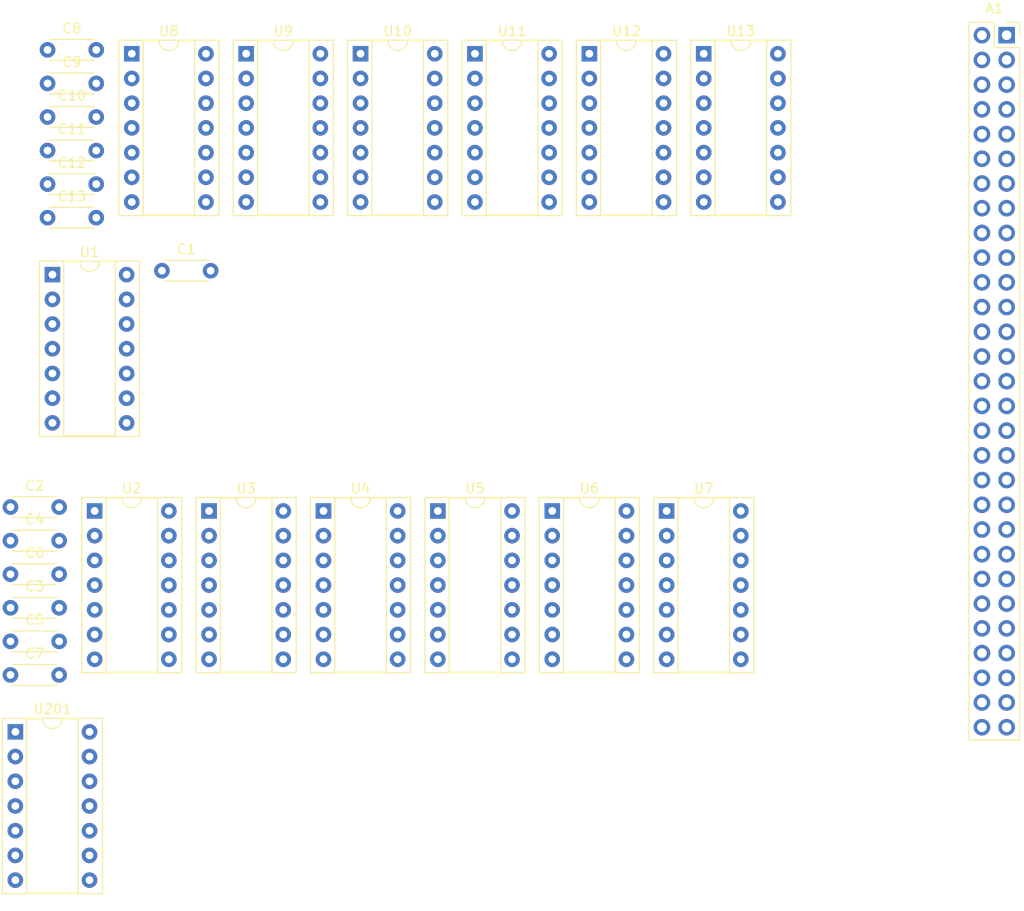
<source format=kicad_pcb>
(kicad_pcb (version 20221018) (generator pcbnew)
  (layers (0 "F.Cu" signal) (31 "B.Cu" signal) (34 "B.Paste" user) (35 "F.Paste" user) (36 "B.SilkS" user "B.Silkscreen") (37 "F.SilkS" user "F.Silkscreen") (38 "B.Mask" user) (39 "F.Mask" user) (44 "Edge.Cuts" user))
  (net 0 "")
  (net 1 "+5V")
  (net 2 "GND")
  (net 3 "Net-(U2-Pad3)")
  (net 4 "Net-(U2-Pad6)")
  (net 5 "Net-(U2-Pad8)")
  (net 6 "Net-(U2-Pad11)")
  (net 7 "Net-(U3-Pad3)")
  (net 8 "Net-(U3-Pad6)")
  (net 9 "Net-(U3-Pad8)")
  (net 10 "Net-(U3-Pad11)")
  (net 11 "Net-(U4-Pad3)")
  (net 12 "Net-(U4-Pad6)")
  (net 13 "Net-(U4-Pad8)")
  (net 14 "Net-(U4-Pad11)")
  (net 25 "/A_SEL")
  (net 26 "/MuxModule1/B_SEL")
  (net 29 "/MuxModule2/B_SEL")
  (net 30 "/B_SEL")
  (net 31 "Net-(U5-Pad3)")
  (net 32 "Net-(U5-Pad6)")
  (net 33 "Net-(U5-Pad8)")
  (net 34 "Net-(U5-Pad11)")
  (net 35 "Net-(U12-Pad1)")
  (net 36 "Net-(U12-Pad12)")
  (net 37 "Net-(U12-Pad13)")
  (net 38 "Net-(U12-Pad2)")
  (net 39 "Net-(U12-Pad9)")
  (net 40 "Net-(U12-Pad4)")
  (net 41 "Net-(U12-Pad5)")
  (net 42 "Net-(U12-Pad10)")
  (net 43 "Net-(U10-Pad3)")
  (net 44 "Net-(U10-Pad6)")
  (net 45 "Net-(U10-Pad8)")
  (net 46 "Net-(U10-Pad11)")
  (net 47 "Net-(U11-Pad3)")
  (net 48 "Net-(U11-Pad6)")
  (net 49 "Net-(U11-Pad8)")
  (net 50 "Net-(U11-Pad11)")
  (net 51 "/QA0")
  (net 52 "/QA1")
  (net 53 "/QA2")
  (net 54 "/QA3")
  (net 55 "/QA4")
  (net 56 "/QA5")
  (net 57 "/QA6")
  (net 58 "/QA7")
  (net 59 "/AA0")
  (net 60 "/AA1")
  (net 61 "/AA2")
  (net 62 "/AA3")
  (net 63 "/AA4")
  (net 64 "/AA5")
  (net 65 "/AA6")
  (net 66 "/AA7")
  (net 67 "/BA0")
  (net 68 "/BA1")
  (net 69 "/BA2")
  (net 70 "/BA3")
  (net 71 "/BA4")
  (net 72 "/BA5")
  (net 73 "/BA6")
  (net 74 "/BA7")
  (net 75 "/AB0")
  (net 76 "/AB1")
  (net 77 "/AB2")
  (net 78 "/AB3")
  (net 79 "/AB4")
  (net 80 "/AB5")
  (net 81 "/AB6")
  (net 82 "/AB7")
  (net 83 "/BB0")
  (net 84 "/BB1")
  (net 85 "/BB2")
  (net 86 "/BB3")
  (net 87 "/BB4")
  (net 88 "/BB5")
  (net 89 "/BB6")
  (net 90 "/BB7")
  (net 91 "/QB0")
  (net 92 "/QB1")
  (net 93 "/QB2")
  (net 94 "/QB3")
  (net 95 "/QB4")
  (net 96 "/QB5")
  (net 97 "/QB7")
  (net 98 "/QB6")
  (footprint "Capacitor_THT:C_Disc_D4.3mm_W1.9mm_P5.00mm" (layer "F.Cu") (at 84.365 47.055)
    (fp_text reference "C12" (at 2.5 -2.2) (layer "F.SilkS"))
    (fp_text value "0.1uF")
    (pad "1" thru_hole circle (at 0 0) (size 1.6 1.6) (drill 0.8) (layers "*.Cu" "*.Mask") (net 1 "+5V"))
    (pad "2" thru_hole circle (at 5 0) (size 1.6 1.6) (drill 0.8) (layers "*.Cu" "*.Mask") (net 2 "GND"))
  )
  (footprint "Package_DIP:DIP-14_W7.62mm_Socket" (layer "F.Cu") (at 100.955 80.645)
    (fp_text reference "U3" (at 3.81 -2.33) (layer "F.SilkS"))
    (fp_text value "74HC00")
    (pad "1" thru_hole rect (at 0 0) (size 1.6 1.6) (drill 0.8) (layers "*.Cu" "*.Mask") (net 61 "/AA2"))
    (pad "2" thru_hole oval (at 0 2.54) (size 1.6 1.6) (drill 0.8) (layers "*.Cu" "*.Mask") (net 25 "/A_SEL"))
    (pad "3" thru_hole oval (at 0 5.08) (size 1.6 1.6) (drill 0.8) (layers "*.Cu" "*.Mask") (net 7 "Net-(U3-Pad3)"))
    (pad "4" thru_hole oval (at 0 7.62) (size 1.6 1.6) (drill 0.8) (layers "*.Cu" "*.Mask") (net 62 "/AA3"))
    (pad "5" thru_hole oval (at 0 10.16) (size 1.6 1.6) (drill 0.8) (layers "*.Cu" "*.Mask") (net 25 "/A_SEL"))
    (pad "6" thru_hole oval (at 0 12.7) (size 1.6 1.6) (drill 0.8) (layers "*.Cu" "*.Mask") (net 8 "Net-(U3-Pad6)"))
    (pad "7" thru_hole oval (at 0 15.24) (size 1.6 1.6) (drill 0.8) (layers "*.Cu" "*.Mask") (net 2 "GND"))
    (pad "8" thru_hole oval (at 7.62 15.24) (size 1.6 1.6) (drill 0.8) (layers "*.Cu" "*.Mask") (net 9 "Net-(U3-Pad8)"))
    (pad "9" thru_hole oval (at 7.62 12.7) (size 1.6 1.6) (drill 0.8) (layers "*.Cu" "*.Mask") (net 70 "/BA3"))
    (pad "10" thru_hole oval (at 7.62 10.16) (size 1.6 1.6) (drill 0.8) (layers "*.Cu" "*.Mask") (net 26 "/MuxModule1/B_SEL"))
    (pad "11" thru_hole oval (at 7.62 7.62) (size 1.6 1.6) (drill 0.8) (layers "*.Cu" "*.Mask") (net 10 "Net-(U3-Pad11)"))
    (pad "12" thru_hole oval (at 7.62 5.08) (size 1.6 1.6) (drill 0.8) (layers "*.Cu" "*.Mask") (net 69 "/BA2"))
    (pad "13" thru_hole oval (at 7.62 2.54) (size 1.6 1.6) (drill 0.8) (layers "*.Cu" "*.Mask") (net 26 "/MuxModule1/B_SEL"))
    (pad "14" thru_hole oval (at 7.62 0) (size 1.6 1.6) (drill 0.8) (layers "*.Cu" "*.Mask") (net 1 "+5V"))
  )
  (footprint "Capacitor_THT:C_Disc_D4.3mm_W1.9mm_P5.00mm" (layer "F.Cu") (at 84.365 43.605)
    (fp_text reference "C11" (at 2.5 -2.2) (layer "F.SilkS"))
    (fp_text value "0.1uF")
    (pad "1" thru_hole circle (at 0 0) (size 1.6 1.6) (drill 0.8) (layers "*.Cu" "*.Mask") (net 1 "+5V"))
    (pad "2" thru_hole circle (at 5 0) (size 1.6 1.6) (drill 0.8) (layers "*.Cu" "*.Mask") (net 2 "GND"))
  )
  (footprint "Capacitor_THT:C_Disc_D4.3mm_W1.9mm_P5.00mm" (layer "F.Cu") (at 80.555 94.045)
    (fp_text reference "C5" (at 2.5 -2.2) (layer "F.SilkS"))
    (fp_text value "0.1uF")
    (pad "1" thru_hole circle (at 0 0) (size 1.6 1.6) (drill 0.8) (layers "*.Cu" "*.Mask") (net 1 "+5V"))
    (pad "2" thru_hole circle (at 5 0) (size 1.6 1.6) (drill 0.8) (layers "*.Cu" "*.Mask") (net 2 "GND"))
  )
  (footprint "Package_DIP:DIP-14_W7.62mm_Socket" (layer "F.Cu") (at 124.455 80.645)
    (fp_text reference "U5" (at 3.81 -2.33) (layer "F.SilkS"))
    (fp_text value "74HC00")
    (pad "1" thru_hole rect (at 0 0) (size 1.6 1.6) (drill 0.8) (layers "*.Cu" "*.Mask") (net 65 "/AA6"))
    (pad "2" thru_hole oval (at 0 2.54) (size 1.6 1.6) (drill 0.8) (layers "*.Cu" "*.Mask") (net 25 "/A_SEL"))
    (pad "3" thru_hole oval (at 0 5.08) (size 1.6 1.6) (drill 0.8) (layers "*.Cu" "*.Mask") (net 31 "Net-(U5-Pad3)"))
    (pad "4" thru_hole oval (at 0 7.62) (size 1.6 1.6) (drill 0.8) (layers "*.Cu" "*.Mask") (net 66 "/AA7"))
    (pad "5" thru_hole oval (at 0 10.16) (size 1.6 1.6) (drill 0.8) (layers "*.Cu" "*.Mask") (net 25 "/A_SEL"))
    (pad "6" thru_hole oval (at 0 12.7) (size 1.6 1.6) (drill 0.8) (layers "*.Cu" "*.Mask") (net 32 "Net-(U5-Pad6)"))
    (pad "7" thru_hole oval (at 0 15.24) (size 1.6 1.6) (drill 0.8) (layers "*.Cu" "*.Mask") (net 2 "GND"))
    (pad "8" thru_hole oval (at 7.62 15.24) (size 1.6 1.6) (drill 0.8) (layers "*.Cu" "*.Mask") (net 33 "Net-(U5-Pad8)"))
    (pad "9" thru_hole oval (at 7.62 12.7) (size 1.6 1.6) (drill 0.8) (layers "*.Cu" "*.Mask") (net 74 "/BA7"))
    (pad "10" thru_hole oval (at 7.62 10.16) (size 1.6 1.6) (drill 0.8) (layers "*.Cu" "*.Mask") (net 26 "/MuxModule1/B_SEL"))
    (pad "11" thru_hole oval (at 7.62 7.62) (size 1.6 1.6) (drill 0.8) (layers "*.Cu" "*.Mask") (net 34 "Net-(U5-Pad11)"))
    (pad "12" thru_hole oval (at 7.62 5.08) (size 1.6 1.6) (drill 0.8) (layers "*.Cu" "*.Mask") (net 73 "/BA6"))
    (pad "13" thru_hole oval (at 7.62 2.54) (size 1.6 1.6) (drill 0.8) (layers "*.Cu" "*.Mask") (net 26 "/MuxModule1/B_SEL"))
    (pad "14" thru_hole oval (at 7.62 0) (size 1.6 1.6) (drill 0.8) (layers "*.Cu" "*.Mask") (net 1 "+5V"))
  )
  (footprint "Package_DIP:DIP-14_W7.62mm_Socket" (layer "F.Cu") (at 89.205 80.645)
    (fp_text reference "U2" (at 3.81 -2.33) (layer "F.SilkS"))
    (fp_text value "74HC00")
    (pad "1" thru_hole rect (at 0 0) (size 1.6 1.6) (drill 0.8) (layers "*.Cu" "*.Mask") (net 59 "/AA0"))
    (pad "2" thru_hole oval (at 0 2.54) (size 1.6 1.6) (drill 0.8) (layers "*.Cu" "*.Mask") (net 25 "/A_SEL"))
    (pad "3" thru_hole oval (at 0 5.08) (size 1.6 1.6) (drill 0.8) (layers "*.Cu" "*.Mask") (net 3 "Net-(U2-Pad3)"))
    (pad "4" thru_hole oval (at 0 7.62) (size 1.6 1.6) (drill 0.8) (layers "*.Cu" "*.Mask") (net 60 "/AA1"))
    (pad "5" thru_hole oval (at 0 10.16) (size 1.6 1.6) (drill 0.8) (layers "*.Cu" "*.Mask") (net 25 "/A_SEL"))
    (pad "6" thru_hole oval (at 0 12.7) (size 1.6 1.6) (drill 0.8) (layers "*.Cu" "*.Mask") (net 4 "Net-(U2-Pad6)"))
    (pad "7" thru_hole oval (at 0 15.24) (size 1.6 1.6) (drill 0.8) (layers "*.Cu" "*.Mask") (net 2 "GND"))
    (pad "8" thru_hole oval (at 7.62 15.24) (size 1.6 1.6) (drill 0.8) (layers "*.Cu" "*.Mask") (net 5 "Net-(U2-Pad8)"))
    (pad "9" thru_hole oval (at 7.62 12.7) (size 1.6 1.6) (drill 0.8) (layers "*.Cu" "*.Mask") (net 68 "/BA1"))
    (pad "10" thru_hole oval (at 7.62 10.16) (size 1.6 1.6) (drill 0.8) (layers "*.Cu" "*.Mask") (net 26 "/MuxModule1/B_SEL"))
    (pad "11" thru_hole oval (at 7.62 7.62) (size 1.6 1.6) (drill 0.8) (layers "*.Cu" "*.Mask") (net 6 "Net-(U2-Pad11)"))
    (pad "12" thru_hole oval (at 7.62 5.08) (size 1.6 1.6) (drill 0.8) (layers "*.Cu" "*.Mask") (net 67 "/BA0"))
    (pad "13" thru_hole oval (at 7.62 2.54) (size 1.6 1.6) (drill 0.8) (layers "*.Cu" "*.Mask") (net 26 "/MuxModule1/B_SEL"))
    (pad "14" thru_hole oval (at 7.62 0) (size 1.6 1.6) (drill 0.8) (layers "*.Cu" "*.Mask") (net 1 "+5V"))
  )
  (footprint "Package_DIP:DIP-14_W7.62mm_Socket" (layer "F.Cu") (at 136.205 80.645)
    (fp_text reference "U6" (at 3.81 -2.33) (layer "F.SilkS"))
    (fp_text value "74HC00")
    (pad "1" thru_hole rect (at 0 0) (size 1.6 1.6) (drill 0.8) (layers "*.Cu" "*.Mask") (net 3 "Net-(U2-Pad3)"))
    (pad "2" thru_hole oval (at 0 2.54) (size 1.6 1.6) (drill 0.8) (layers "*.Cu" "*.Mask") (net 6 "Net-(U2-Pad11)"))
    (pad "3" thru_hole oval (at 0 5.08) (size 1.6 1.6) (drill 0.8) (layers "*.Cu" "*.Mask") (net 51 "/QA0"))
    (pad "4" thru_hole oval (at 0 7.62) (size 1.6 1.6) (drill 0.8) (layers "*.Cu" "*.Mask") (net 8 "Net-(U3-Pad6)"))
    (pad "5" thru_hole oval (at 0 10.16) (size 1.6 1.6) (drill 0.8) (layers "*.Cu" "*.Mask") (net 9 "Net-(U3-Pad8)"))
    (pad "6" thru_hole oval (at 0 12.7) (size 1.6 1.6) (drill 0.8) (layers "*.Cu" "*.Mask") (net 54 "/QA3"))
    (pad "7" thru_hole oval (at 0 15.24) (size 1.6 1.6) (drill 0.8) (layers "*.Cu" "*.Mask") (net 2 "GND"))
    (pad "8" thru_hole oval (at 7.62 15.24) (size 1.6 1.6) (drill 0.8) (layers "*.Cu" "*.Mask") (net 53 "/QA2"))
    (pad "9" thru_hole oval (at 7.62 12.7) (size 1.6 1.6) (drill 0.8) (layers "*.Cu" "*.Mask") (net 7 "Net-(U3-Pad3)"))
    (pad "10" thru_hole oval (at 7.62 10.16) (size 1.6 1.6) (drill 0.8) (layers "*.Cu" "*.Mask") (net 10 "Net-(U3-Pad11)"))
    (pad "11" thru_hole oval (at 7.62 7.62) (size 1.6 1.6) (drill 0.8) (layers "*.Cu" "*.Mask") (net 52 "/QA1"))
    (pad "12" thru_hole oval (at 7.62 5.08) (size 1.6 1.6) (drill 0.8) (layers "*.Cu" "*.Mask") (net 4 "Net-(U2-Pad6)"))
    (pad "13" thru_hole oval (at 7.62 2.54) (size 1.6 1.6) (drill 0.8) (layers "*.Cu" "*.Mask") (net 5 "Net-(U2-Pad8)"))
    (pad "14" thru_hole oval (at 7.62 0) (size 1.6 1.6) (drill 0.8) (layers "*.Cu" "*.Mask") (net 1 "+5V"))
  )
  (footprint "Package_DIP:DIP-14_W7.62mm_Socket" (layer "F.Cu") (at 116.515 33.655)
    (fp_text reference "U10" (at 3.81 -2.33) (layer "F.SilkS"))
    (fp_text value "74HC00")
    (pad "1" thru_hole rect (at 0 0) (size 1.6 1.6) (drill 0.8) (layers "*.Cu" "*.Mask") (net 79 "/AB4"))
    (pad "2" thru_hole oval (at 0 2.54) (size 1.6 1.6) (drill 0.8) (layers "*.Cu" "*.Mask") (net 30 "/B_SEL"))
    (pad "3" thru_hole oval (at 0 5.08) (size 1.6 1.6) (drill 0.8) (layers "*.Cu" "*.Mask") (net 43 "Net-(U10-Pad3)"))
    (pad "4" thru_hole oval (at 0 7.62) (size 1.6 1.6) (drill 0.8) (layers "*.Cu" "*.Mask") (net 80 "/AB5"))
    (pad "5" thru_hole oval (at 0 10.16) (size 1.6 1.6) (drill 0.8) (layers "*.Cu" "*.Mask") (net 30 "/B_SEL"))
    (pad "6" thru_hole oval (at 0 12.7) (size 1.6 1.6) (drill 0.8) (layers "*.Cu" "*.Mask") (net 44 "Net-(U10-Pad6)"))
    (pad "7" thru_hole oval (at 0 15.24) (size 1.6 1.6) (drill 0.8) (layers "*.Cu" "*.Mask") (net 2 "GND"))
    (pad "8" thru_hole oval (at 7.62 15.24) (size 1.6 1.6) (drill 0.8) (layers "*.Cu" "*.Mask") (net 45 "Net-(U10-Pad8)"))
    (pad "9" thru_hole oval (at 7.62 12.7) (size 1.6 1.6) (drill 0.8) (layers "*.Cu" "*.Mask") (net 88 "/BB5"))
    (pad "10" thru_hole oval (at 7.62 10.16) (size 1.6 1.6) (drill 0.8) (layers "*.Cu" "*.Mask") (net 29 "/MuxModule2/B_SEL"))
    (pad "11" thru_hole oval (at 7.62 7.62) (size 1.6 1.6) (drill 0.8) (layers "*.Cu" "*.Mask") (net 46 "Net-(U10-Pad11)"))
    (pad "12" thru_hole oval (at 7.62 5.08) (size 1.6 1.6) (drill 0.8) (layers "*.Cu" "*.Mask") (net 87 "/BB4"))
    (pad "13" thru_hole oval (at 7.62 2.54) (size 1.6 1.6) (drill 0.8) (layers "*.Cu" "*.Mask") (net 29 "/MuxModule2/B_SEL"))
    (pad "14" thru_hole oval (at 7.62 0) (size 1.6 1.6) (drill 0.8) (layers "*.Cu" "*.Mask") (net 1 "+5V"))
  )
  (footprint "Capacitor_THT:C_Disc_D4.3mm_W1.9mm_P5.00mm" (layer "F.Cu") (at 80.555 80.245)
    (fp_text reference "C2" (at 2.5 -2.2) (layer "F.SilkS"))
    (fp_text value "0.1uF")
    (pad "1" thru_hole circle (at 0 0) (size 1.6 1.6) (drill 0.8) (layers "*.Cu" "*.Mask") (net 1 "+5V"))
    (pad "2" thru_hole circle (at 5 0) (size 1.6 1.6) (drill 0.8) (layers "*.Cu" "*.Mask") (net 2 "GND"))
  )
  (footprint "Capacitor_THT:C_Disc_D4.3mm_W1.9mm_P5.00mm" (layer "F.Cu") (at 80.555 87.145)
    (fp_text reference "C6" (at 2.5 -2.2) (layer "F.SilkS"))
    (fp_text value "0.1uF")
    (pad "1" thru_hole circle (at 0 0) (size 1.6 1.6) (drill 0.8) (layers "*.Cu" "*.Mask") (net 1 "+5V"))
    (pad "2" thru_hole circle (at 5 0) (size 1.6 1.6) (drill 0.8) (layers "*.Cu" "*.Mask") (net 2 "GND"))
  )
  (footprint "Connector_PinSocket_2.54mm:PinSocket_2x29_P2.54mm_Vertical" (layer "F.Cu") (at 182.88 31.75)
    (fp_text reference "A1" (at -1.27 -2.77) (layer "F.SilkS"))
    (fp_text value "~")
    (pad "1" thru_hole rect (at 0 0) (size 1.7 1.7) (drill 1) (layers "*.Cu" "*.Mask") (net 1 "+5V"))
    (pad "2" thru_hole oval (at -2.54 0) (size 1.7 1.7) (drill 1) (layers "*.Cu" "*.Mask") (net 2 "GND"))
    (pad "3" thru_hole oval (at 0 2.54) (size 1.7 1.7) (drill 1) (layers "*.Cu" "*.Mask") (net 59 "/AA0"))
    (pad "4" thru_hole oval (at -2.54 2.54) (size 1.7 1.7) (drill 1) (layers "*.Cu" "*.Mask") (net 60 "/AA1"))
    (pad "5" thru_hole oval (at 0 5.08) (size 1.7 1.7) (drill 1) (layers "*.Cu" "*.Mask") (net 61 "/AA2"))
    (pad "6" thru_hole oval (at -2.54 5.08) (size 1.7 1.7) (drill 1) (layers "*.Cu" "*.Mask") (net 62 "/AA3"))
    (pad "7" thru_hole oval (at 0 7.62) (size 1.7 1.7) (drill 1) (layers "*.Cu" "*.Mask") (net 63 "/AA4"))
    (pad "8" thru_hole oval (at -2.54 7.62) (size 1.7 1.7) (drill 1) (layers "*.Cu" "*.Mask") (net 64 "/AA5"))
    (pad "9" thru_hole oval (at 0 10.16) (size 1.7 1.7) (drill 1) (layers "*.Cu" "*.Mask") (net 65 "/AA6"))
    (pad "10" thru_hole oval (at -2.54 10.16) (size 1.7 1.7) (drill 1) (layers "*.Cu" "*.Mask") (net 66 "/AA7"))
    (pad "11" thru_hole oval (at 0 12.7) (size 1.7 1.7) (drill 1) (layers "*.Cu" "*.Mask") (net 67 "/BA0"))
    (pad "12" thru_hole oval (at -2.54 12.7) (size 1.7 1.7) (drill 1) (layers "*.Cu" "*.Mask") (net 68 "/BA1"))
    (pad "13" thru_hole oval (at 0 15.24) (size 1.7 1.7) (drill 1) (layers "*.Cu" "*.Mask") (net 69 "/BA2"))
    (pad "14" thru_hole oval (at -2.54 15.24) (size 1.7 1.7) (drill 1) (layers "*.Cu" "*.Mask") (net 70 "/BA3"))
    (pad "15" thru_hole oval (at 0 17.78) (size 1.7 1.7) (drill 1) (layers "*.Cu" "*.Mask") (net 71 "/BA4"))
    (pad "16" thru_hole oval (at -2.54 17.78) (size 1.7 1.7) (drill 1) (layers "*.Cu" "*.Mask") (net 72 "/BA5"))
    (pad "17" thru_hole oval (at 0 20.32) (size 1.7 1.7) (drill 1) (layers "*.Cu" "*.Mask") (net 73 "/BA6"))
    (pad "18" thru_hole oval (at -2.54 20.32) (size 1.7 1.7) (drill 1) (layers "*.Cu" "*.Mask") (net 74 "/BA7"))
    (pad "19" thru_hole oval (at 0 22.86) (size 1.7 1.7) (drill 1) (layers "*.Cu" "*.Mask") (net 25 "/A_SEL"))
    (pad "20" thru_hole oval (at -2.54 22.86) (size 1.7 1.7) (drill 1) (layers "*.Cu" "*.Mask") (net 2 "GND"))
    (pad "21" thru_hole oval (at 0 25.4) (size 1.7 1.7) (drill 1) (layers "*.Cu" "*.Mask") (net 51 "/QA0"))
    (pad "22" thru_hole oval (at -2.54 25.4) (size 1.7 1.7) (drill 1) (layers "*.Cu" "*.Mask") (net 52 "/QA1"))
    (pad "23" thru_hole oval (at 0 27.94) (size 1.7 1.7) (drill 1) (layers "*.Cu" "*.Mask") (net 53 "/QA2"))
    (pad "24" thru_hole oval (at -2.54 27.94) (size 1.7 1.7) (drill 1) (layers "*.Cu" "*.Mask") (net 54 "/QA3"))
    (pad "25" thru_hole oval (at 0 30.48) (size 1.7 1.7) (drill 1) (layers "*.Cu" "*.Mask") (net 55 "/QA4"))
    (pad "26" thru_hole oval (at -2.54 30.48) (size 1.7 1.7) (drill 1) (layers "*.Cu" "*.Mask") (net 56 "/QA5"))
    (pad "27" thru_hole oval (at 0 33.02) (size 1.7 1.7) (drill 1) (layers "*.Cu" "*.Mask") (net 57 "/QA6"))
    (pad "28" thru_hole oval (at -2.54 33.02) (size 1.7 1.7) (drill 1) (layers "*.Cu" "*.Mask") (net 58 "/QA7"))
    (pad "29" thru_hole oval (at 0 35.56) (size 1.7 1.7) (drill 1) (layers "*.Cu" "*.Mask"))
    (pad "30" thru_hole oval (at -2.54 35.56) (size 1.7 1.7) (drill 1) (layers "*.Cu" "*.Mask"))
    (pad "31" thru_hole oval (at 0 38.1) (size 1.7 1.7) (drill 1) (layers "*.Cu" "*.Mask") (net 1 "+5V"))
    (pad "32" thru_hole oval (at -2.54 38.1) (size 1.7 1.7) (drill 1) (layers "*.Cu" "*.Mask") (net 2 "GND"))
    (pad "33" thru_hole oval (at 0 40.64) (size 1.7 1.7) (drill 1) (layers "*.Cu" "*.Mask") (net 75 "/AB0"))
    (pad "34" thru_hole oval (at -2.54 40.64) (size 1.7 1.7) (drill 1) (layers "*.Cu" "*.Mask") (net 76 "/AB1"))
    (pad "35" thru_hole oval (at 0 43.18) (size 1.7 1.7) (drill 1) (layers "*.Cu" "*.Mask") (net 77 "/AB2"))
    (pad "36" thru_hole oval (at -2.54 43.18) (size 1.7 1.7) (drill 1) (layers "*.Cu" "*.Mask") (net 78 "/AB3"))
    (pad "37" thru_hole oval (at 0 45.72) (size 1.7 1.7) (drill 1) (layers "*.Cu" "*.Mask") (net 79 "/AB4"))
    (pad "38" thru_hole oval (at -2.54 45.72) (size 1.7 1.7) (drill 1) (layers "*.Cu" "*.Mask") (net 80 "/AB5"))
    (pad "39" thru_hole oval (at 0 48.26) (size 1.7 1.7) (drill 1) (layers "*.Cu" "*.Mask") (net 81 "/AB6"))
    (pad "40" thru_hole oval (at -2.54 48.26) (size 1.7 1.7) (drill 1) (layers "*.Cu" "*.Mask") (net 82 "/AB7"))
    (pad "41" thru_hole oval (at 0 50.8) (size 1.7 1.7) (drill 1) (layers "*.Cu" "*.Mask") (net 83 "/BB0"))
    (pad "42" thru_hole oval (at -2.54 50.8) (size 1.7 1.7) (drill 1) (layers "*.Cu" "*.Mask") (net 84 "/BB1"))
    (pad "43" thru_hole oval (at 0 53.34) (size 1.7 1.7) (drill 1) (layers "*.Cu" "*.Mask") (net 85 "/BB2"))
    (pad "44" thru_hole oval (at -2.54 53.34) (size 1.7 1.7) (drill 1) (layers "*.Cu" "*.Mask") (net 86 "/BB3"))
    (pad "45" thru_hole oval (at 0 55.88) (size 1.7 1.7) (drill 1) (layers "*.Cu" "*.Mask") (net 87 "/BB4"))
    (pad "46" thru_hole oval (at -2.54 55.88) (size 1.7 1.7) (drill 1) (layers "*.Cu" "*.Mask") (net 88 "/BB5"))
    (pad "47" thru_hole oval (at 0 58.42) (size 1.7 1.7) (drill 1) (layers "*.Cu" "*.Mask") (net 89 "/BB6"))
    (pad "48" thru_hole oval (at -2.54 58.42) (size 1.7 1.7) (drill 1) (layers "*.Cu" "*.Mask") (net 90 "/BB7"))
    (pad "49" thru_hole oval (at 0 60.96) (size 1.7 1.7) (drill 1) (layers "*.Cu" "*.Mask") (net 30 "/B_SEL"))
    (pad "50" thru_hole oval (at -2.54 60.96) (size 1.7 1.7) (drill 1) (layers "*.Cu" "*.Mask") (net 2 "GND"))
    (pad "51" thru_hole oval (at 0 63.5) (size 1.7 1.7) (drill 1) (layers "*.Cu" "*.Mask"))
    (pad "52" thru_hole oval (at -2.54 63.5) (size 1.7 1.7) (drill 1) (layers "*.Cu" "*.Mask"))
    (pad "53" thru_hole oval (at 0 66.04) (size 1.7 1.7) (drill 1) (layers "*.Cu" "*.Mask") (net 91 "/QB0"))
    (pad "54" thru_hole oval (at -2.54 66.04) (size 1.7 1.7) (drill 1) (layers "*.Cu" "*.Mask") (net 92 "/QB1"))
    (pad "55" thru_hole oval (at 0 68.58) (size 1.7 1.7) (drill 1) (layers "*.Cu" "*.Mask") (net 93 "/QB2"))
    (pad "56" thru_hole oval (at -2.54 68.58) (size 1.7 1.7) (drill 1) (layers "*.Cu" "*.Mask") (net 94 "/QB3"))
    (pad "57" thru_hole oval (at 0 71.12) (size 1.7 1.7) (drill 1) (layers "*.Cu" "*.Mask") (net 95 "/QB4"))
    (pad "58" thru_hole oval (at -2.54 71.12) (size 1.7 1.7) (drill 1) (layers "*.Cu" "*.Mask") (net 96 "/QB5"))
  )
  (footprint "Package_DIP:DIP-14_W7.62mm_Socket" (layer "F.Cu") (at 151.765 33.655)
    (fp_text reference "U13" (at 3.81 -2.33) (layer "F.SilkS"))
    (fp_text value "74HC00")
    (pad "1" thru_hole rect (at 0 0) (size 1.6 1.6) (drill 0.8) (layers "*.Cu" "*.Mask") (net 43 "Net-(U10-Pad3)"))
    (pad "2" thru_hole oval (at 0 2.54) (size 1.6 1.6) (drill 0.8) (layers "*.Cu" "*.Mask") (net 46 "Net-(U10-Pad11)"))
    (pad "3" thru_hole oval (at 0 5.08) (size 1.6 1.6) (drill 0.8) (layers "*.Cu" "*.Mask") (net 95 "/QB4"))
    (pad "4" thru_hole oval (at 0 7.62) (size 1.6 1.6) (drill 0.8) (layers "*.Cu" "*.Mask") (net 48 "Net-(U11-Pad6)"))
    (pad "5" thru_hole oval (at 0 10.16) (size 1.6 1.6) (drill 0.8) (layers "*.Cu" "*.Mask") (net 49 "Net-(U11-Pad8)"))
    (pad "6" thru_hole oval (at 0 12.7) (size 1.6 1.6) (drill 0.8) (layers "*.Cu" "*.Mask") (net 97 "/QB7"))
    (pad "7" thru_hole oval (at 0 15.24) (size 1.6 1.6) (drill 0.8) (layers "*.Cu" "*.Mask") (net 2 "GND"))
    (pad "8" thru_hole oval (at 7.62 15.24) (size 1.6 1.6) (drill 0.8) (layers "*.Cu" "*.Mask") (net 98 "/QB6"))
    (pad "9" thru_hole oval (at 7.62 12.7) (size 1.6 1.6) (drill 0.8) (layers "*.Cu" "*.Mask") (net 47 "Net-(U11-Pad3)"))
    (pad "10" thru_hole oval (at 7.62 10.16) (size 1.6 1.6) (drill 0.8) (layers "*.Cu" "*.Mask") (net 50 "Net-(U11-Pad11)"))
    (pad "11" thru_hole oval (at 7.62 7.62) (size 1.6 1.6) (drill 0.8) (layers "*.Cu" "*.Mask") (net 96 "/QB5"))
    (pad "12" thru_hole oval (at 7.62 5.08) (size 1.6 1.6) (drill 0.8) (layers "*.Cu" "*.Mask") (net 44 "Net-(U10-Pad6)"))
    (pad "13" thru_hole oval (at 7.62 2.54) (size 1.6 1.6) (drill 0.8) (layers "*.Cu" "*.Mask") (net 45 "Net-(U10-Pad8)"))
    (pad "14" thru_hole oval (at 7.62 0) (size 1.6 1.6) (drill 0.8) (layers "*.Cu" "*.Mask") (net 1 "+5V"))
  )
  (footprint "Capacitor_THT:C_Disc_D4.3mm_W1.9mm_P5.00mm" (layer "F.Cu") (at 80.555 83.695)
    (fp_text reference "C4" (at 2.5 -2.2) (layer "F.SilkS"))
    (fp_text value "0.1uF")
    (pad "1" thru_hole circle (at 0 0) (size 1.6 1.6) (drill 0.8) (layers "*.Cu" "*.Mask") (net 1 "+5V"))
    (pad "2" thru_hole circle (at 5 0) (size 1.6 1.6) (drill 0.8) (layers "*.Cu" "*.Mask") (net 2 "GND"))
  )
  (footprint "Package_DIP:DIP-14_W7.62mm_Socket" (layer "F.Cu") (at 84.865 56.355)
    (fp_text reference "U1" (at 3.81 -2.33) (layer "F.SilkS"))
    (fp_text value "74HC00")
    (pad "1" thru_hole rect (at 0 0) (size 1.6 1.6) (drill 0.8) (layers "*.Cu" "*.Mask") (net 25 "/A_SEL"))
    (pad "2" thru_hole oval (at 0 2.54) (size 1.6 1.6) (drill 0.8) (layers "*.Cu" "*.Mask") (net 1 "+5V"))
    (pad "3" thru_hole oval (at 0 5.08) (size 1.6 1.6) (drill 0.8) (layers "*.Cu" "*.Mask") (net 26 "/MuxModule1/B_SEL"))
    (pad "4" thru_hole oval (at 0 7.62) (size 1.6 1.6) (drill 0.8) (layers "*.Cu" "*.Mask") (net 1 "+5V"))
    (pad "5" thru_hole oval (at 0 10.16) (size 1.6 1.6) (drill 0.8) (layers "*.Cu" "*.Mask") (net 1 "+5V"))
    (pad "6" thru_hole oval (at 0 12.7) (size 1.6 1.6) (drill 0.8) (layers "*.Cu" "*.Mask"))
    (pad "7" thru_hole oval (at 0 15.24) (size 1.6 1.6) (drill 0.8) (layers "*.Cu" "*.Mask") (net 2 "GND"))
    (pad "8" thru_hole oval (at 7.62 15.24) (size 1.6 1.6) (drill 0.8) (layers "*.Cu" "*.Mask"))
    (pad "9" thru_hole oval (at 7.62 12.7) (size 1.6 1.6) (drill 0.8) (layers "*.Cu" "*.Mask") (net 1 "+5V"))
    (pad "10" thru_hole oval (at 7.62 10.16) (size 1.6 1.6) (drill 0.8) (layers "*.Cu" "*.Mask") (net 1 "+5V"))
    (pad "11" thru_hole oval (at 7.62 7.62) (size 1.6 1.6) (drill 0.8) (layers "*.Cu" "*.Mask") (net 29 "/MuxModule2/B_SEL"))
    (pad "12" thru_hole oval (at 7.62 5.08) (size 1.6 1.6) (drill 0.8) (layers "*.Cu" "*.Mask") (net 30 "/B_SEL"))
    (pad "13" thru_hole oval (at 7.62 2.54) (size 1.6 1.6) (drill 0.8) (layers "*.Cu" "*.Mask") (net 1 "+5V"))
    (pad "14" thru_hole oval (at 7.62 0) (size 1.6 1.6) (drill 0.8) (layers "*.Cu" "*.Mask") (net 1 "+5V"))
  )
  (footprint "Package_DIP:DIP-14_W7.62mm_Socket" (layer "F.Cu") (at 147.955 80.645)
    (fp_text reference "U7" (at 3.81 -2.33) (layer "F.SilkS"))
    (fp_text value "74HC00")
    (pad "1" thru_hole rect (at 0 0) (size 1.6 1.6) (drill 0.8) (layers "*.Cu" "*.Mask") (net 11 "Net-(U4-Pad3)"))
    (pad "2" thru_hole oval (at 0 2.54) (size 1.6 1.6) (drill 0.8) (layers "*.Cu" "*.Mask") (net 14 "Net-(U4-Pad11)"))
    (pad "3" thru_hole oval (at 0 5.08) (size 1.6 1.6) (drill 0.8) (layers "*.Cu" "*.Mask") (net 55 "/QA4"))
    (pad "4" thru_hole oval (at 0 7.62) (size 1.6 1.6) (drill 0.8) (layers "*.Cu" "*.Mask") (net 32 "Net-(U5-Pad6)"))
    (pad "5" thru_hole oval (at 0 10.16) (size 1.6 1.6) (drill 0.8) (layers "*.Cu" "*.Mask") (net 33 "Net-(U5-Pad8)"))
    (pad "6" thru_hole oval (at 0 12.7) (size 1.6 1.6) (drill 0.8) (layers "*.Cu" "*.Mask") (net 58 "/QA7"))
    (pad "7" thru_hole oval (at 0 15.24) (size 1.6 1.6) (drill 0.8) (layers "*.Cu" "*.Mask") (net 2 "GND"))
    (pad "8" thru_hole oval (at 7.62 15.24) (size 1.6 1.6) (drill 0.8) (layers "*.Cu" "*.Mask") (net 57 "/QA6"))
    (pad "9" thru_hole oval (at 7.62 12.7) (size 1.6 1.6) (drill 0.8) (layers "*.Cu" "*.Mask") (net 31 "Net-(U5-Pad3)"))
    (pad "10" thru_hole oval (at 7.62 10.16) (size 1.6 1.6) (drill 0.8) (layers "*.Cu" "*.Mask") (net 34 "Net-(U5-Pad11)"))
    (pad "11" thru_hole oval (at 7.62 7.62) (size 1.6 1.6) (drill 0.8) (layers "*.Cu" "*.Mask") (net 56 "/QA5"))
    (pad "12" thru_hole oval (at 7.62 5.08) (size 1.6 1.6) (drill 0.8) (layers "*.Cu" "*.Mask") (net 12 "Net-(U4-Pad6)"))
    (pad "13" thru_hole oval (at 7.62 2.54) (size 1.6 1.6) (drill 0.8) (layers "*.Cu" "*.Mask") (net 13 "Net-(U4-Pad8)"))
    (pad "14" thru_hole oval (at 7.62 0) (size 1.6 1.6) (drill 0.8) (layers "*.Cu" "*.Mask") (net 1 "+5V"))
  )
  (footprint "Package_DIP:DIP-14_W7.62mm_Socket" (layer "F.Cu") (at 140.015 33.655)
    (fp_text reference "U12" (at 3.81 -2.33) (layer "F.SilkS"))
    (fp_text value "74HC00")
    (pad "1" thru_hole rect (at 0 0) (size 1.6 1.6) (drill 0.8) (layers "*.Cu" "*.Mask") (net 35 "Net-(U12-Pad1)"))
    (pad "2" thru_hole oval (at 0 2.54) (size 1.6 1.6) (drill 0.8) (layers "*.Cu" "*.Mask") (net 38 "Net-(U12-Pad2)"))
    (pad "3" thru_hole oval (at 0 5.08) (size 1.6 1.6) (drill 0.8) (layers "*.Cu" "*.Mask") (net 91 "/QB0"))
    (pad "4" thru_hole oval (at 0 7.62) (size 1.6 1.6) (drill 0.8) (layers "*.Cu" "*.Mask") (net 40 "Net-(U12-Pad4)"))
    (pad "5" thru_hole oval (at 0 10.16) (size 1.6 1.6) (drill 0.8) (layers "*.Cu" "*.Mask") (net 41 "Net-(U12-Pad5)"))
    (pad "6" thru_hole oval (at 0 12.7) (size 1.6 1.6) (drill 0.8) (layers "*.Cu" "*.Mask") (net 94 "/QB3"))
    (pad "7" thru_hole oval (at 0 15.24) (size 1.6 1.6) (drill 0.8) (layers "*.Cu" "*.Mask") (net 2 "GND"))
    (pad "8" thru_hole oval (at 7.62 15.24) (size 1.6 1.6) (drill 0.8) (layers "*.Cu" "*.Mask") (net 93 "/QB2"))
    (pad "9" thru_hole oval (at 7.62 12.7) (size 1.6 1.6) (drill 0.8) (layers "*.Cu" "*.Mask") (net 39 "Net-(U12-Pad9)"))
    (pad "10" thru_hole oval (at 7.62 10.16) (size 1.6 1.6) (drill 0.8) (layers "*.Cu" "*.Mask") (net 42 "Net-(U12-Pad10)"))
    (pad "11" thru_hole oval (at 7.62 7.62) (size 1.6 1.6) (drill 0.8) (layers "*.Cu" "*.Mask") (net 92 "/QB1"))
    (pad "12" thru_hole oval (at 7.62 5.08) (size 1.6 1.6) (drill 0.8) (layers "*.Cu" "*.Mask") (net 36 "Net-(U12-Pad12)"))
    (pad "13" thru_hole oval (at 7.62 2.54) (size 1.6 1.6) (drill 0.8) (layers "*.Cu" "*.Mask") (net 37 "Net-(U12-Pad13)"))
    (pad "14" thru_hole oval (at 7.62 0) (size 1.6 1.6) (drill 0.8) (layers "*.Cu" "*.Mask") (net 1 "+5V"))
  )
  (footprint "Capacitor_THT:C_Disc_D4.3mm_W1.9mm_P5.00mm" (layer "F.Cu") (at 84.365 36.705)
    (fp_text reference "C9" (at 2.5 -2.2) (layer "F.SilkS"))
    (fp_text value "0.1uF")
    (pad "1" thru_hole circle (at 0 0) (size 1.6 1.6) (drill 0.8) (layers "*.Cu" "*.Mask") (net 1 "+5V"))
    (pad "2" thru_hole circle (at 5 0) (size 1.6 1.6) (drill 0.8) (layers "*.Cu" "*.Mask") (net 2 "GND"))
  )
  (footprint "Capacitor_THT:C_Disc_D4.3mm_W1.9mm_P5.00mm" (layer "F.Cu") (at 96.115 55.955)
    (fp_text reference "C1" (at 2.5 -2.2) (layer "F.SilkS"))
    (fp_text value "0.1uF")
    (pad "1" thru_hole circle (at 0 0) (size 1.6 1.6) (drill 0.8) (layers "*.Cu" "*.Mask") (net 1 "+5V"))
    (pad "2" thru_hole circle (at 5 0) (size 1.6 1.6) (drill 0.8) (layers "*.Cu" "*.Mask") (net 2 "GND"))
  )
  (footprint "Package_DIP:DIP-14_W7.62mm_Socket" (layer "F.Cu") (at 93.015 33.655)
    (fp_text reference "U8" (at 3.81 -2.33) (layer "F.SilkS"))
    (fp_text value "74HC00")
    (pad "1" thru_hole rect (at 0 0) (size 1.6 1.6) (drill 0.8) (layers "*.Cu" "*.Mask") (net 75 "/AB0"))
    (pad "2" thru_hole oval (at 0 2.54) (size 1.6 1.6) (drill 0.8) (layers "*.Cu" "*.Mask") (net 30 "/B_SEL"))
    (pad "3" thru_hole oval (at 0 5.08) (size 1.6 1.6) (drill 0.8) (layers "*.Cu" "*.Mask") (net 35 "Net-(U12-Pad1)"))
    (pad "4" thru_hole oval (at 0 7.62) (size 1.6 1.6) (drill 0.8) (layers "*.Cu" "*.Mask") (net 76 "/AB1"))
    (pad "5" thru_hole oval (at 0 10.16) (size 1.6 1.6) (drill 0.8) (layers "*.Cu" "*.Mask") (net 30 "/B_SEL"))
    (pad "6" thru_hole oval (at 0 12.7) (size 1.6 1.6) (drill 0.8) (layers "*.Cu" "*.Mask") (net 36 "Net-(U12-Pad12)"))
    (pad "7" thru_hole oval (at 0 15.24) (size 1.6 1.6) (drill 0.8) (layers "*.Cu" "*.Mask") (net 2 "GND"))
    (pad "8" thru_hole oval (at 7.62 15.24) (size 1.6 1.6) (drill 0.8) (layers "*.Cu" "*.Mask") (net 37 "Net-(U12-Pad13)"))
    (pad "9" thru_hole oval (at 7.62 12.7) (size 1.6 1.6) (drill 0.8) (layers "*.Cu" "*.Mask") (net 84 "/BB1"))
    (pad "10" thru_hole oval (at 7.62 10.16) (size 1.6 1.6) (drill 0.8) (layers "*.Cu" "*.Mask") (net 29 "/MuxModule2/B_SEL"))
    (pad "11" thru_hole oval (at 7.62 7.62) (size 1.6 1.6) (drill 0.8) (layers "*.Cu" "*.Mask") (net 38 "Net-(U12-Pad2)"))
    (pad "12" thru_hole oval (at 7.62 5.08) (size 1.6 1.6) (drill 0.8) (layers "*.Cu" "*.Mask") (net 83 "/BB0"))
    (pad "13" thru_hole oval (at 7.62 2.54) (size 1.6 1.6) (drill 0.8) (layers "*.Cu" "*.Mask") (net 29 "/MuxModule2/B_SEL"))
    (pad "14" thru_hole oval (at 7.62 0) (size 1.6 1.6) (drill 0.8) (layers "*.Cu" "*.Mask") (net 1 "+5V"))
  )
  (footprint "Package_DIP:DIP-14_W7.62mm_Socket" (layer "F.Cu") (at 104.765 33.655)
    (fp_text reference "U9" (at 3.81 -2.33) (layer "F.SilkS"))
    (fp_text value "74HC00")
    (pad "1" thru_hole rect (at 0 0) (size 1.6 1.6) (drill 0.8) (layers "*.Cu" "*.Mask") (net 77 "/AB2"))
    (pad "2" thru_hole oval (at 0 2.54) (size 1.6 1.6) (drill 0.8) (layers "*.Cu" "*.Mask") (net 30 "/B_SEL"))
    (pad "3" thru_hole oval (at 0 5.08) (size 1.6 1.6) (drill 0.8) (layers "*.Cu" "*.Mask") (net 39 "Net-(U12-Pad9)"))
    (pad "4" thru_hole oval (at 0 7.62) (size 1.6 1.6) (drill 0.8) (layers "*.Cu" "*.Mask") (net 78 "/AB3"))
    (pad "5" thru_hole oval (at 0 10.16) (size 1.6 1.6) (drill 0.8) (layers "*.Cu" "*.Mask") (net 30 "/B_SEL"))
    (pad "6" thru_hole oval (at 0 12.7) (size 1.6 1.6) (drill 0.8) (layers "*.Cu" "*.Mask") (net 40 "Net-(U12-Pad4)"))
    (pad "7" thru_hole oval (at 0 15.24) (size 1.6 1.6) (drill 0.8) (layers "*.Cu" "*.Mask") (net 2 "GND"))
    (pad "8" thru_hole oval (at 7.62 15.24) (size 1.6 1.6) (drill 0.8) (layers "*.Cu" "*.Mask") (net 41 "Net-(U12-Pad5)"))
    (pad "9" thru_hole oval (at 7.62 12.7) (size 1.6 1.6) (drill 0.8) (layers "*.Cu" "*.Mask") (net 86 "/BB3"))
    (pad "10" thru_hole oval (at 7.62 10.16) (size 1.6 1.6) (drill 0.8) (layers "*.Cu" "*.Mask") (net 29 "/MuxModule2/B_SEL"))
    (pad "11" thru_hole oval (at 7.62 7.62) (size 1.6 1.6) (drill 0.8) (layers "*.Cu" "*.Mask") (net 42 "Net-(U12-Pad10)"))
    (pad "12" thru_hole oval (at 7.62 5.08) (size 1.6 1.6) (drill 0.8) (layers "*.Cu" "*.Mask") (net 85 "/BB2"))
    (pad "13" thru_hole oval (at 7.62 2.54) (size 1.6 1.6) (drill 0.8) (layers "*.Cu" "*.Mask") (net 29 "/MuxModule2/B_SEL"))
    (pad "14" thru_hole oval (at 7.62 0) (size 1.6 1.6) (drill 0.8) (layers "*.Cu" "*.Mask") (net 1 "+5V"))
  )
  (footprint "Capacitor_THT:C_Disc_D4.3mm_W1.9mm_P5.00mm" (layer "F.Cu") (at 84.365 50.505)
    (fp_text reference "C13" (at 2.5 -2.2) (layer "F.SilkS"))
    (fp_text value "0.1uF")
    (pad "1" thru_hole circle (at 0 0) (size 1.6 1.6) (drill 0.8) (layers "*.Cu" "*.Mask") (net 1 "+5V"))
    (pad "2" thru_hole circle (at 5 0) (size 1.6 1.6) (drill 0.8) (layers "*.Cu" "*.Mask") (net 2 "GND"))
  )
  (footprint "Package_DIP:DIP-14_W7.62mm_Socket" (layer "F.Cu") (at 81.055 103.345)
    (fp_text reference "U201" (at 3.81 -2.33) (layer "F.SilkS"))
    (fp_text value "74HC00")
    (pad "1" thru_hole rect (at 0 0) (size 1.6 1.6) (drill 0.8) (layers "*.Cu" "*.Mask") (net 1 "+5V"))
    (pad "2" thru_hole oval (at 0 2.54) (size 1.6 1.6) (drill 0.8) (layers "*.Cu" "*.Mask") (net 2 "GND"))
    (pad "3" thru_hole oval (at 0 5.08) (size 1.6 1.6) (drill 0.8) (layers "*.Cu" "*.Mask"))
    (pad "4" thru_hole oval (at 0 7.62) (size 1.6 1.6) (drill 0.8) (layers "*.Cu" "*.Mask"))
    (pad "5" thru_hole oval (at 0 10.16) (size 1.6 1.6) (drill 0.8) (layers "*.Cu" "*.Mask"))
    (pad "6" thru_hole oval (at 0 12.7) (size 1.6 1.6) (drill 0.8) (layers "*.Cu" "*.Mask"))
    (pad "7" thru_hole oval (at 0 15.24) (size 1.6 1.6) (drill 0.8) (layers "*.Cu" "*.Mask"))
    (pad "8" thru_hole oval (at 7.62 15.24) (size 1.6 1.6) (drill 0.8) (layers "*.Cu" "*.Mask"))
    (pad "9" thru_hole oval (at 7.62 12.7) (size 1.6 1.6) (drill 0.8) (layers "*.Cu" "*.Mask"))
    (pad "10" thru_hole oval (at 7.62 10.16) (size 1.6 1.6) (drill 0.8) (layers "*.Cu" "*.Mask"))
    (pad "11" thru_hole oval (at 7.62 7.62) (size 1.6 1.6) (drill 0.8) (layers "*.Cu" "*.Mask"))
    (pad "12" thru_hole oval (at 7.62 5.08) (size 1.6 1.6) (drill 0.8) (layers "*.Cu" "*.Mask"))
    (pad "13" thru_hole oval (at 7.62 2.54) (size 1.6 1.6) (drill 0.8) (layers "*.Cu" "*.Mask"))
    (pad "14" thru_hole oval (at 7.62 0) (size 1.6 1.6) (drill 0.8) (layers "*.Cu" "*.Mask"))
  )
  (footprint "Capacitor_THT:C_Disc_D4.3mm_W1.9mm_P5.00mm" (layer "F.Cu") (at 84.365 40.155)
    (fp_text reference "C10" (at 2.5 -2.2) (layer "F.SilkS"))
    (fp_text value "0.1uF")
    (pad "1" thru_hole circle (at 0 0) (size 1.6 1.6) (drill 0.8) (layers "*.Cu" "*.Mask") (net 1 "+5V"))
    (pad "2" thru_hole circle (at 5 0) (size 1.6 1.6) (drill 0.8) (layers "*.Cu" "*.Mask") (net 2 "GND"))
  )
  (footprint "Package_DIP:DIP-14_W7.62mm_Socket" (layer "F.Cu") (at 128.265 33.655)
    (fp_text reference "U11" (at 3.81 -2.33) (layer "F.SilkS"))
    (fp_text value "74HC00")
    (pad "1" thru_hole rect (at 0 0) (size 1.6 1.6) (drill 0.8) (layers "*.Cu" "*.Mask") (net 81 "/AB6"))
    (pad "2" thru_hole oval (at 0 2.54) (size 1.6 1.6) (drill 0.8) (layers "*.Cu" "*.Mask") (net 30 "/B_SEL"))
    (pad "3" thru_hole oval (at 0 5.08) (size 1.6 1.6) (drill 0.8) (layers "*.Cu" "*.Mask") (net 47 "Net-(U11-Pad3)"))
    (pad "4" thru_hole oval (at 0 7.62) (size 1.6 1.6) (drill 0.8) (layers "*.Cu" "*.Mask") (net 82 "/AB7"))
    (pad "5" thru_hole oval (at 0 10.16) (size 1.6 1.6) (drill 0.8) (layers "*.Cu" "*.Mask") (net 30 "/B_SEL"))
    (pad "6" thru_hole oval (at 0 12.7) (size 1.6 1.6) (drill 0.8) (layers "*.Cu" "*.Mask") (net 48 "Net-(U11-Pad6)"))
    (pad "7" thru_hole oval (at 0 15.24) (size 1.6 1.6) (drill 0.8) (layers "*.Cu" "*.Mask") (net 2 "GND"))
    (pad "8" thru_hole oval (at 7.62 15.24) (size 1.6 1.6) (drill 0.8) (layers "*.Cu" "*.Mask") (net 49 "Net-(U11-Pad8)"))
    (pad "9" thru_hole oval (at 7.62 12.7) (size 1.6 1.6) (drill 0.8) (layers "*.Cu" "*.Mask") (net 90 "/BB7"))
    (pad "10" thru_hole oval (at 7.62 10.16) (size 1.6 1.6) (drill 0.8) (layers "*.Cu" "*.Mask") (net 29 "/MuxModule2/B_SEL"))
    (pad "11" thru_hole oval (at 7.62 7.62) (size 1.6 1.6) (drill 0.8) (layers "*.Cu" "*.Mask") (net 50 "Net-(U11-Pad11)"))
    (pad "12" thru_hole oval (at 7.62 5.08) (size 1.6 1.6) (drill 0.8) (layers "*.Cu" "*.Mask") (net 89 "/BB6"))
    (pad "13" thru_hole oval (at 7.62 2.54) (size 1.6 1.6) (drill 0.8) (layers "*.Cu" "*.Mask") (net 29 "/MuxModule2/B_SEL"))
    (pad "14" thru_hole oval (at 7.62 0) (size 1.6 1.6) (drill 0.8) (layers "*.Cu" "*.Mask") (net 1 "+5V"))
  )
  (footprint "Capacitor_THT:C_Disc_D4.3mm_W1.9mm_P5.00mm" (layer "F.Cu") (at 80.555 90.595)
    (fp_text reference "C3" (at 2.5 -2.2) (layer "F.SilkS"))
    (fp_text value "0.1uF")
    (pad "1" thru_hole circle (at 0 0) (size 1.6 1.6) (drill 0.8) (layers "*.Cu" "*.Mask") (net 1 "+5V"))
    (pad "2" thru_hole circle (at 5 0) (size 1.6 1.6) (drill 0.8) (layers "*.Cu" "*.Mask") (net 2 "GND"))
  )
  (footprint "Capacitor_THT:C_Disc_D4.3mm_W1.9mm_P5.00mm" (layer "F.Cu") (at 80.555 97.495)
    (fp_text reference "C7" (at 2.5 -2.2) (layer "F.SilkS"))
    (fp_text value "0.1uF")
    (pad "1" thru_hole circle (at 0 0) (size 1.6 1.6) (drill 0.8) (layers "*.Cu" "*.Mask") (net 1 "+5V"))
    (pad "2" thru_hole circle (at 5 0) (size 1.6 1.6) (drill 0.8) (layers "*.Cu" "*.Mask") (net 2 "GND"))
  )
  (footprint "Package_DIP:DIP-14_W7.62mm_Socket" (layer "F.Cu") (at 112.705 80.645)
    (fp_text reference "U4" (at 3.81 -2.33) (layer "F.SilkS"))
    (fp_text value "74HC00")
    (pad "1" thru_hole rect (at 0 0) (size 1.6 1.6) (drill 0.8) (layers "*.Cu" "*.Mask") (net 63 "/AA4"))
    (pad "2" thru_hole oval (at 0 2.54) (size 1.6 1.6) (drill 0.8) (layers "*.Cu" "*.Mask") (net 25 "/A_SEL"))
    (pad "3" thru_hole oval (at 0 5.08) (size 1.6 1.6) (drill 0.8) (layers "*.Cu" "*.Mask") (net 11 "Net-(U4-Pad3)"))
    (pad "4" thru_hole oval (at 0 7.62) (size 1.6 1.6) (drill 0.8) (layers "*.Cu" "*.Mask") (net 64 "/AA5"))
    (pad "5" thru_hole oval (at 0 10.16) (size 1.6 1.6) (drill 0.8) (layers "*.Cu" "*.Mask") (net 25 "/A_SEL"))
    (pad "6" thru_hole oval (at 0 12.7) (size 1.6 1.6) (drill 0.8) (layers "*.Cu" "*.Mask") (net 12 "Net-(U4-Pad6)"))
    (pad "7" thru_hole oval (at 0 15.24) (size 1.6 1.6) (drill 0.8) (layers "*.Cu" "*.Mask") (net 2 "GND"))
    (pad "8" thru_hole oval (at 7.62 15.24) (size 1.6 1.6) (drill 0.8) (layers "*.Cu" "*.Mask") (net 13 "Net-(U4-Pad8)"))
    (pad "9" thru_hole oval (at 7.62 12.7) (size 1.6 1.6) (drill 0.8) (layers "*.Cu" "*.Mask") (net 72 "/BA5"))
    (pad "10" thru_hole oval (at 7.62 10.16) (size 1.6 1.6) (drill 0.8) (layers "*.Cu" "*.Mask") (net 26 "/MuxModule1/B_SEL"))
    (pad "11" thru_hole oval (at 7.62 7.62) (size 1.6 1.6) (drill 0.8) (layers "*.Cu" "*.Mask") (net 14 "Net-(U4-Pad11)"))
    (pad "12" thru_hole oval (at 7.62 5.08) (size 1.6 1.6) (drill 0.8) (layers "*.Cu" "*.Mask") (net 71 "/BA4"))
    (pad "13" thru_hole oval (at 7.62 2.54) (size 1.6 1.6) (drill 0.8) (layers "*.Cu" "*.Mask") (net 26 "/MuxModule1/B_SEL"))
    (pad "14" thru_hole oval (at 7.62 0) (size 1.6 1.6) (drill 0.8) (layers "*.Cu" "*.Mask") (net 1 "+5V"))
  )
  (footprint "Capacitor_THT:C_Disc_D4.3mm_W1.9mm_P5.00mm" (layer "F.Cu") (at 84.365 33.255)
    (fp_text reference "C8" (at 2.5 -2.2) (layer "F.SilkS"))
    (fp_text value "0.1uF")
    (pad "1" thru_hole circle (at 0 0) (size 1.6 1.6) (drill 0.8) (layers "*.Cu" "*.Mask") (net 1 "+5V"))
    (pad "2" thru_hole circle (at 5 0) (size 1.6 1.6) (drill 0.8) (layers "*.Cu" "*.Mask") (net 2 "GND"))
  )
)
</source>
